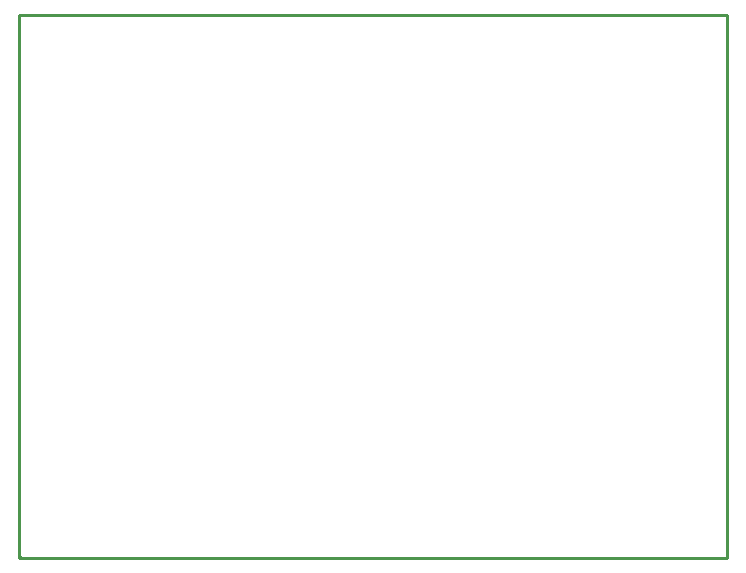
<source format=gm1>
G04*
G04 #@! TF.GenerationSoftware,Altium Limited,Altium Designer,25.5.2 (35)*
G04*
G04 Layer_Color=16711935*
%FSLAX44Y44*%
%MOMM*%
G71*
G04*
G04 #@! TF.SameCoordinates,747CCF99-A89D-410B-911D-7770042ED889*
G04*
G04*
G04 #@! TF.FilePolarity,Positive*
G04*
G01*
G75*
%ADD17C,0.2540*%
D17*
X853440Y254000D02*
Y713740D01*
X254000D02*
X853440D01*
X254000Y254000D02*
Y713740D01*
Y255270D02*
X255270Y254000D01*
X254000D02*
X853440D01*
M02*

</source>
